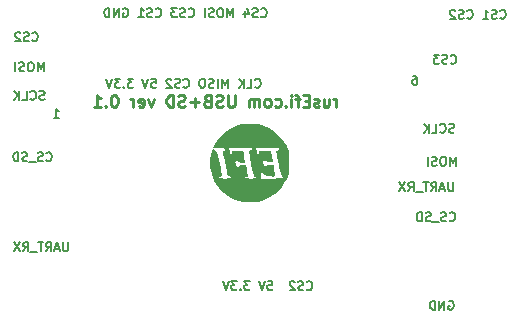
<source format=gbo>
G04 (created by PCBNEW (2013-07-07 BZR 4022)-stable) date 24/01/2014 09:21:15*
%MOIN*%
G04 Gerber Fmt 3.4, Leading zero omitted, Abs format*
%FSLAX34Y34*%
G01*
G70*
G90*
G04 APERTURE LIST*
%ADD10C,0.00590551*%
%ADD11C,0.005*%
%ADD12C,0.00984252*%
%ADD13C,0.0001*%
G04 APERTURE END LIST*
G54D10*
G54D11*
X84792Y-62271D02*
X84850Y-62271D01*
X84878Y-62285D01*
X84892Y-62300D01*
X84921Y-62342D01*
X84935Y-62400D01*
X84935Y-62514D01*
X84921Y-62542D01*
X84907Y-62557D01*
X84878Y-62571D01*
X84821Y-62571D01*
X84792Y-62557D01*
X84778Y-62542D01*
X84764Y-62514D01*
X84764Y-62442D01*
X84778Y-62414D01*
X84792Y-62400D01*
X84821Y-62385D01*
X84878Y-62385D01*
X84907Y-62400D01*
X84921Y-62414D01*
X84935Y-62442D01*
X72814Y-63671D02*
X72985Y-63671D01*
X72900Y-63671D02*
X72900Y-63371D01*
X72928Y-63414D01*
X72957Y-63442D01*
X72985Y-63457D01*
X79521Y-62642D02*
X79535Y-62657D01*
X79578Y-62671D01*
X79607Y-62671D01*
X79649Y-62657D01*
X79678Y-62628D01*
X79692Y-62600D01*
X79707Y-62542D01*
X79707Y-62500D01*
X79692Y-62442D01*
X79678Y-62414D01*
X79649Y-62385D01*
X79607Y-62371D01*
X79578Y-62371D01*
X79535Y-62385D01*
X79521Y-62400D01*
X79249Y-62671D02*
X79392Y-62671D01*
X79392Y-62371D01*
X79149Y-62671D02*
X79149Y-62371D01*
X78978Y-62671D02*
X79107Y-62500D01*
X78978Y-62371D02*
X79149Y-62542D01*
X78621Y-62671D02*
X78621Y-62371D01*
X78521Y-62585D01*
X78421Y-62371D01*
X78421Y-62671D01*
X78278Y-62671D02*
X78278Y-62371D01*
X78149Y-62657D02*
X78107Y-62671D01*
X78035Y-62671D01*
X78007Y-62657D01*
X77992Y-62642D01*
X77978Y-62614D01*
X77978Y-62585D01*
X77992Y-62557D01*
X78007Y-62542D01*
X78035Y-62528D01*
X78092Y-62514D01*
X78121Y-62500D01*
X78135Y-62485D01*
X78149Y-62457D01*
X78149Y-62428D01*
X78135Y-62400D01*
X78121Y-62385D01*
X78092Y-62371D01*
X78021Y-62371D01*
X77978Y-62385D01*
X77792Y-62371D02*
X77735Y-62371D01*
X77707Y-62385D01*
X77678Y-62414D01*
X77664Y-62471D01*
X77664Y-62571D01*
X77678Y-62628D01*
X77707Y-62657D01*
X77735Y-62671D01*
X77792Y-62671D01*
X77821Y-62657D01*
X77849Y-62628D01*
X77864Y-62571D01*
X77864Y-62471D01*
X77849Y-62414D01*
X77821Y-62385D01*
X77792Y-62371D01*
X77135Y-62642D02*
X77150Y-62657D01*
X77192Y-62671D01*
X77221Y-62671D01*
X77264Y-62657D01*
X77292Y-62628D01*
X77307Y-62600D01*
X77321Y-62542D01*
X77321Y-62500D01*
X77307Y-62442D01*
X77292Y-62414D01*
X77264Y-62385D01*
X77221Y-62371D01*
X77192Y-62371D01*
X77150Y-62385D01*
X77135Y-62400D01*
X77021Y-62657D02*
X76978Y-62671D01*
X76907Y-62671D01*
X76878Y-62657D01*
X76864Y-62642D01*
X76850Y-62614D01*
X76850Y-62585D01*
X76864Y-62557D01*
X76878Y-62542D01*
X76907Y-62528D01*
X76964Y-62514D01*
X76992Y-62500D01*
X77007Y-62485D01*
X77021Y-62457D01*
X77021Y-62428D01*
X77007Y-62400D01*
X76992Y-62385D01*
X76964Y-62371D01*
X76892Y-62371D01*
X76850Y-62385D01*
X76735Y-62400D02*
X76721Y-62385D01*
X76692Y-62371D01*
X76621Y-62371D01*
X76592Y-62385D01*
X76578Y-62400D01*
X76564Y-62428D01*
X76564Y-62457D01*
X76578Y-62500D01*
X76750Y-62671D01*
X76564Y-62671D01*
X76064Y-62371D02*
X76207Y-62371D01*
X76221Y-62514D01*
X76207Y-62500D01*
X76178Y-62485D01*
X76107Y-62485D01*
X76078Y-62500D01*
X76064Y-62514D01*
X76050Y-62542D01*
X76050Y-62614D01*
X76064Y-62642D01*
X76078Y-62657D01*
X76107Y-62671D01*
X76178Y-62671D01*
X76207Y-62657D01*
X76221Y-62642D01*
X75964Y-62371D02*
X75864Y-62671D01*
X75764Y-62371D01*
X75464Y-62371D02*
X75278Y-62371D01*
X75378Y-62485D01*
X75335Y-62485D01*
X75307Y-62500D01*
X75292Y-62514D01*
X75278Y-62542D01*
X75278Y-62614D01*
X75292Y-62642D01*
X75307Y-62657D01*
X75335Y-62671D01*
X75421Y-62671D01*
X75450Y-62657D01*
X75464Y-62642D01*
X75150Y-62642D02*
X75135Y-62657D01*
X75150Y-62671D01*
X75164Y-62657D01*
X75150Y-62642D01*
X75150Y-62671D01*
X75035Y-62371D02*
X74850Y-62371D01*
X74950Y-62485D01*
X74907Y-62485D01*
X74878Y-62500D01*
X74864Y-62514D01*
X74850Y-62542D01*
X74850Y-62614D01*
X74864Y-62642D01*
X74878Y-62657D01*
X74907Y-62671D01*
X74992Y-62671D01*
X75021Y-62657D01*
X75035Y-62642D01*
X74764Y-62371D02*
X74664Y-62671D01*
X74564Y-62371D01*
X79721Y-60292D02*
X79735Y-60307D01*
X79778Y-60321D01*
X79807Y-60321D01*
X79849Y-60307D01*
X79878Y-60278D01*
X79892Y-60250D01*
X79907Y-60192D01*
X79907Y-60150D01*
X79892Y-60092D01*
X79878Y-60064D01*
X79849Y-60035D01*
X79807Y-60021D01*
X79778Y-60021D01*
X79735Y-60035D01*
X79721Y-60050D01*
X79607Y-60307D02*
X79564Y-60321D01*
X79492Y-60321D01*
X79464Y-60307D01*
X79449Y-60292D01*
X79435Y-60264D01*
X79435Y-60235D01*
X79449Y-60207D01*
X79464Y-60192D01*
X79492Y-60178D01*
X79549Y-60164D01*
X79578Y-60150D01*
X79592Y-60135D01*
X79607Y-60107D01*
X79607Y-60078D01*
X79592Y-60050D01*
X79578Y-60035D01*
X79549Y-60021D01*
X79478Y-60021D01*
X79435Y-60035D01*
X79178Y-60121D02*
X79178Y-60321D01*
X79249Y-60007D02*
X79321Y-60221D01*
X79135Y-60221D01*
X78792Y-60321D02*
X78792Y-60021D01*
X78692Y-60235D01*
X78592Y-60021D01*
X78592Y-60321D01*
X78392Y-60021D02*
X78335Y-60021D01*
X78307Y-60035D01*
X78278Y-60064D01*
X78264Y-60121D01*
X78264Y-60221D01*
X78278Y-60278D01*
X78307Y-60307D01*
X78335Y-60321D01*
X78392Y-60321D01*
X78421Y-60307D01*
X78449Y-60278D01*
X78464Y-60221D01*
X78464Y-60121D01*
X78449Y-60064D01*
X78421Y-60035D01*
X78392Y-60021D01*
X78149Y-60307D02*
X78107Y-60321D01*
X78035Y-60321D01*
X78007Y-60307D01*
X77992Y-60292D01*
X77978Y-60264D01*
X77978Y-60235D01*
X77992Y-60207D01*
X78007Y-60192D01*
X78035Y-60178D01*
X78092Y-60164D01*
X78121Y-60150D01*
X78135Y-60135D01*
X78149Y-60107D01*
X78149Y-60078D01*
X78135Y-60050D01*
X78121Y-60035D01*
X78092Y-60021D01*
X78021Y-60021D01*
X77978Y-60035D01*
X77849Y-60321D02*
X77849Y-60021D01*
X77307Y-60292D02*
X77321Y-60307D01*
X77364Y-60321D01*
X77392Y-60321D01*
X77435Y-60307D01*
X77464Y-60278D01*
X77478Y-60250D01*
X77492Y-60192D01*
X77492Y-60150D01*
X77478Y-60092D01*
X77464Y-60064D01*
X77435Y-60035D01*
X77392Y-60021D01*
X77364Y-60021D01*
X77321Y-60035D01*
X77307Y-60050D01*
X77192Y-60307D02*
X77150Y-60321D01*
X77078Y-60321D01*
X77050Y-60307D01*
X77035Y-60292D01*
X77021Y-60264D01*
X77021Y-60235D01*
X77035Y-60207D01*
X77050Y-60192D01*
X77078Y-60178D01*
X77135Y-60164D01*
X77164Y-60150D01*
X77178Y-60135D01*
X77192Y-60107D01*
X77192Y-60078D01*
X77178Y-60050D01*
X77164Y-60035D01*
X77135Y-60021D01*
X77064Y-60021D01*
X77021Y-60035D01*
X76921Y-60021D02*
X76735Y-60021D01*
X76835Y-60135D01*
X76792Y-60135D01*
X76764Y-60150D01*
X76750Y-60164D01*
X76735Y-60192D01*
X76735Y-60264D01*
X76750Y-60292D01*
X76764Y-60307D01*
X76792Y-60321D01*
X76878Y-60321D01*
X76907Y-60307D01*
X76921Y-60292D01*
X76207Y-60292D02*
X76221Y-60307D01*
X76264Y-60321D01*
X76292Y-60321D01*
X76335Y-60307D01*
X76364Y-60278D01*
X76378Y-60250D01*
X76392Y-60192D01*
X76392Y-60150D01*
X76378Y-60092D01*
X76364Y-60064D01*
X76335Y-60035D01*
X76292Y-60021D01*
X76264Y-60021D01*
X76221Y-60035D01*
X76207Y-60050D01*
X76092Y-60307D02*
X76050Y-60321D01*
X75978Y-60321D01*
X75950Y-60307D01*
X75935Y-60292D01*
X75921Y-60264D01*
X75921Y-60235D01*
X75935Y-60207D01*
X75950Y-60192D01*
X75978Y-60178D01*
X76035Y-60164D01*
X76064Y-60150D01*
X76078Y-60135D01*
X76092Y-60107D01*
X76092Y-60078D01*
X76078Y-60050D01*
X76064Y-60035D01*
X76035Y-60021D01*
X75964Y-60021D01*
X75921Y-60035D01*
X75635Y-60321D02*
X75807Y-60321D01*
X75721Y-60321D02*
X75721Y-60021D01*
X75750Y-60064D01*
X75778Y-60092D01*
X75807Y-60107D01*
X75121Y-60035D02*
X75150Y-60021D01*
X75192Y-60021D01*
X75235Y-60035D01*
X75264Y-60064D01*
X75278Y-60092D01*
X75292Y-60150D01*
X75292Y-60192D01*
X75278Y-60250D01*
X75264Y-60278D01*
X75235Y-60307D01*
X75192Y-60321D01*
X75164Y-60321D01*
X75121Y-60307D01*
X75107Y-60292D01*
X75107Y-60192D01*
X75164Y-60192D01*
X74978Y-60321D02*
X74978Y-60021D01*
X74807Y-60321D01*
X74807Y-60021D01*
X74664Y-60321D02*
X74664Y-60021D01*
X74592Y-60021D01*
X74550Y-60035D01*
X74521Y-60064D01*
X74507Y-60092D01*
X74492Y-60150D01*
X74492Y-60192D01*
X74507Y-60250D01*
X74521Y-60278D01*
X74550Y-60307D01*
X74592Y-60321D01*
X74664Y-60321D01*
X81242Y-69392D02*
X81257Y-69407D01*
X81299Y-69421D01*
X81328Y-69421D01*
X81371Y-69407D01*
X81399Y-69378D01*
X81414Y-69350D01*
X81428Y-69292D01*
X81428Y-69250D01*
X81414Y-69192D01*
X81399Y-69164D01*
X81371Y-69135D01*
X81328Y-69121D01*
X81299Y-69121D01*
X81257Y-69135D01*
X81242Y-69150D01*
X81128Y-69407D02*
X81085Y-69421D01*
X81014Y-69421D01*
X80985Y-69407D01*
X80971Y-69392D01*
X80957Y-69364D01*
X80957Y-69335D01*
X80971Y-69307D01*
X80985Y-69292D01*
X81014Y-69278D01*
X81071Y-69264D01*
X81099Y-69250D01*
X81114Y-69235D01*
X81128Y-69207D01*
X81128Y-69178D01*
X81114Y-69150D01*
X81099Y-69135D01*
X81071Y-69121D01*
X80999Y-69121D01*
X80957Y-69135D01*
X80842Y-69150D02*
X80828Y-69135D01*
X80799Y-69121D01*
X80728Y-69121D01*
X80699Y-69135D01*
X80685Y-69150D01*
X80671Y-69178D01*
X80671Y-69207D01*
X80685Y-69250D01*
X80857Y-69421D01*
X80671Y-69421D01*
X79942Y-69121D02*
X80085Y-69121D01*
X80100Y-69264D01*
X80085Y-69250D01*
X80057Y-69235D01*
X79985Y-69235D01*
X79957Y-69250D01*
X79942Y-69264D01*
X79928Y-69292D01*
X79928Y-69364D01*
X79942Y-69392D01*
X79957Y-69407D01*
X79985Y-69421D01*
X80057Y-69421D01*
X80085Y-69407D01*
X80100Y-69392D01*
X79842Y-69121D02*
X79742Y-69421D01*
X79642Y-69121D01*
X79342Y-69121D02*
X79157Y-69121D01*
X79257Y-69235D01*
X79214Y-69235D01*
X79185Y-69250D01*
X79171Y-69264D01*
X79157Y-69292D01*
X79157Y-69364D01*
X79171Y-69392D01*
X79185Y-69407D01*
X79214Y-69421D01*
X79300Y-69421D01*
X79328Y-69407D01*
X79342Y-69392D01*
X79028Y-69392D02*
X79014Y-69407D01*
X79028Y-69421D01*
X79042Y-69407D01*
X79028Y-69392D01*
X79028Y-69421D01*
X78914Y-69121D02*
X78728Y-69121D01*
X78828Y-69235D01*
X78785Y-69235D01*
X78757Y-69250D01*
X78742Y-69264D01*
X78728Y-69292D01*
X78728Y-69364D01*
X78742Y-69392D01*
X78757Y-69407D01*
X78785Y-69421D01*
X78871Y-69421D01*
X78900Y-69407D01*
X78914Y-69392D01*
X78642Y-69121D02*
X78542Y-69421D01*
X78442Y-69121D01*
X72471Y-62121D02*
X72471Y-61821D01*
X72371Y-62035D01*
X72271Y-61821D01*
X72271Y-62121D01*
X72071Y-61821D02*
X72014Y-61821D01*
X71985Y-61835D01*
X71957Y-61864D01*
X71942Y-61921D01*
X71942Y-62021D01*
X71957Y-62078D01*
X71985Y-62107D01*
X72014Y-62121D01*
X72071Y-62121D01*
X72100Y-62107D01*
X72128Y-62078D01*
X72142Y-62021D01*
X72142Y-61921D01*
X72128Y-61864D01*
X72100Y-61835D01*
X72071Y-61821D01*
X71828Y-62107D02*
X71785Y-62121D01*
X71714Y-62121D01*
X71685Y-62107D01*
X71671Y-62092D01*
X71657Y-62064D01*
X71657Y-62035D01*
X71671Y-62007D01*
X71685Y-61992D01*
X71714Y-61978D01*
X71771Y-61964D01*
X71800Y-61950D01*
X71814Y-61935D01*
X71828Y-61907D01*
X71828Y-61878D01*
X71814Y-61850D01*
X71800Y-61835D01*
X71771Y-61821D01*
X71700Y-61821D01*
X71657Y-61835D01*
X71528Y-62121D02*
X71528Y-61821D01*
X73285Y-67821D02*
X73285Y-68064D01*
X73271Y-68092D01*
X73257Y-68107D01*
X73228Y-68121D01*
X73171Y-68121D01*
X73142Y-68107D01*
X73128Y-68092D01*
X73114Y-68064D01*
X73114Y-67821D01*
X72985Y-68035D02*
X72842Y-68035D01*
X73014Y-68121D02*
X72914Y-67821D01*
X72814Y-68121D01*
X72542Y-68121D02*
X72642Y-67978D01*
X72714Y-68121D02*
X72714Y-67821D01*
X72599Y-67821D01*
X72571Y-67835D01*
X72557Y-67850D01*
X72542Y-67878D01*
X72542Y-67921D01*
X72557Y-67950D01*
X72571Y-67964D01*
X72599Y-67978D01*
X72714Y-67978D01*
X72457Y-67821D02*
X72285Y-67821D01*
X72371Y-68121D02*
X72371Y-67821D01*
X72257Y-68150D02*
X72028Y-68150D01*
X71785Y-68121D02*
X71885Y-67978D01*
X71957Y-68121D02*
X71957Y-67821D01*
X71842Y-67821D01*
X71814Y-67835D01*
X71800Y-67850D01*
X71785Y-67878D01*
X71785Y-67921D01*
X71800Y-67950D01*
X71814Y-67964D01*
X71842Y-67978D01*
X71957Y-67978D01*
X71685Y-67821D02*
X71485Y-68121D01*
X71485Y-67821D02*
X71685Y-68121D01*
X72557Y-65092D02*
X72571Y-65107D01*
X72614Y-65121D01*
X72642Y-65121D01*
X72685Y-65107D01*
X72714Y-65078D01*
X72728Y-65050D01*
X72742Y-64992D01*
X72742Y-64950D01*
X72728Y-64892D01*
X72714Y-64864D01*
X72685Y-64835D01*
X72642Y-64821D01*
X72614Y-64821D01*
X72571Y-64835D01*
X72557Y-64850D01*
X72442Y-65107D02*
X72399Y-65121D01*
X72328Y-65121D01*
X72299Y-65107D01*
X72285Y-65092D01*
X72271Y-65064D01*
X72271Y-65035D01*
X72285Y-65007D01*
X72299Y-64992D01*
X72328Y-64978D01*
X72385Y-64964D01*
X72414Y-64950D01*
X72428Y-64935D01*
X72442Y-64907D01*
X72442Y-64878D01*
X72428Y-64850D01*
X72414Y-64835D01*
X72385Y-64821D01*
X72314Y-64821D01*
X72271Y-64835D01*
X72214Y-65150D02*
X71985Y-65150D01*
X71928Y-65107D02*
X71885Y-65121D01*
X71814Y-65121D01*
X71785Y-65107D01*
X71771Y-65092D01*
X71757Y-65064D01*
X71757Y-65035D01*
X71771Y-65007D01*
X71785Y-64992D01*
X71814Y-64978D01*
X71871Y-64964D01*
X71900Y-64950D01*
X71914Y-64935D01*
X71928Y-64907D01*
X71928Y-64878D01*
X71914Y-64850D01*
X71900Y-64835D01*
X71871Y-64821D01*
X71800Y-64821D01*
X71757Y-64835D01*
X71628Y-65121D02*
X71628Y-64821D01*
X71557Y-64821D01*
X71514Y-64835D01*
X71485Y-64864D01*
X71471Y-64892D01*
X71457Y-64950D01*
X71457Y-64992D01*
X71471Y-65050D01*
X71485Y-65078D01*
X71514Y-65107D01*
X71557Y-65121D01*
X71628Y-65121D01*
X72507Y-63057D02*
X72464Y-63071D01*
X72392Y-63071D01*
X72364Y-63057D01*
X72349Y-63042D01*
X72335Y-63014D01*
X72335Y-62985D01*
X72349Y-62957D01*
X72364Y-62942D01*
X72392Y-62928D01*
X72449Y-62914D01*
X72478Y-62900D01*
X72492Y-62885D01*
X72507Y-62857D01*
X72507Y-62828D01*
X72492Y-62800D01*
X72478Y-62785D01*
X72449Y-62771D01*
X72378Y-62771D01*
X72335Y-62785D01*
X72035Y-63042D02*
X72050Y-63057D01*
X72092Y-63071D01*
X72121Y-63071D01*
X72164Y-63057D01*
X72192Y-63028D01*
X72207Y-63000D01*
X72221Y-62942D01*
X72221Y-62900D01*
X72207Y-62842D01*
X72192Y-62814D01*
X72164Y-62785D01*
X72121Y-62771D01*
X72092Y-62771D01*
X72050Y-62785D01*
X72035Y-62800D01*
X71764Y-63071D02*
X71907Y-63071D01*
X71907Y-62771D01*
X71664Y-63071D02*
X71664Y-62771D01*
X71492Y-63071D02*
X71621Y-62900D01*
X71492Y-62771D02*
X71664Y-62942D01*
X85978Y-69785D02*
X86007Y-69771D01*
X86050Y-69771D01*
X86092Y-69785D01*
X86121Y-69814D01*
X86135Y-69842D01*
X86150Y-69900D01*
X86150Y-69942D01*
X86135Y-70000D01*
X86121Y-70028D01*
X86092Y-70057D01*
X86050Y-70071D01*
X86021Y-70071D01*
X85978Y-70057D01*
X85964Y-70042D01*
X85964Y-69942D01*
X86021Y-69942D01*
X85835Y-70071D02*
X85835Y-69771D01*
X85664Y-70071D01*
X85664Y-69771D01*
X85521Y-70071D02*
X85521Y-69771D01*
X85450Y-69771D01*
X85407Y-69785D01*
X85378Y-69814D01*
X85364Y-69842D01*
X85350Y-69900D01*
X85350Y-69942D01*
X85364Y-70000D01*
X85378Y-70028D01*
X85407Y-70057D01*
X85450Y-70071D01*
X85521Y-70071D01*
X86007Y-67092D02*
X86021Y-67107D01*
X86064Y-67121D01*
X86092Y-67121D01*
X86135Y-67107D01*
X86164Y-67078D01*
X86178Y-67050D01*
X86192Y-66992D01*
X86192Y-66950D01*
X86178Y-66892D01*
X86164Y-66864D01*
X86135Y-66835D01*
X86092Y-66821D01*
X86064Y-66821D01*
X86021Y-66835D01*
X86007Y-66850D01*
X85892Y-67107D02*
X85849Y-67121D01*
X85778Y-67121D01*
X85749Y-67107D01*
X85735Y-67092D01*
X85721Y-67064D01*
X85721Y-67035D01*
X85735Y-67007D01*
X85749Y-66992D01*
X85778Y-66978D01*
X85835Y-66964D01*
X85864Y-66950D01*
X85878Y-66935D01*
X85892Y-66907D01*
X85892Y-66878D01*
X85878Y-66850D01*
X85864Y-66835D01*
X85835Y-66821D01*
X85764Y-66821D01*
X85721Y-66835D01*
X85664Y-67150D02*
X85435Y-67150D01*
X85378Y-67107D02*
X85335Y-67121D01*
X85264Y-67121D01*
X85235Y-67107D01*
X85221Y-67092D01*
X85207Y-67064D01*
X85207Y-67035D01*
X85221Y-67007D01*
X85235Y-66992D01*
X85264Y-66978D01*
X85321Y-66964D01*
X85350Y-66950D01*
X85364Y-66935D01*
X85378Y-66907D01*
X85378Y-66878D01*
X85364Y-66850D01*
X85350Y-66835D01*
X85321Y-66821D01*
X85250Y-66821D01*
X85207Y-66835D01*
X85078Y-67121D02*
X85078Y-66821D01*
X85007Y-66821D01*
X84964Y-66835D01*
X84935Y-66864D01*
X84921Y-66892D01*
X84907Y-66950D01*
X84907Y-66992D01*
X84921Y-67050D01*
X84935Y-67078D01*
X84964Y-67107D01*
X85007Y-67121D01*
X85078Y-67121D01*
X86135Y-65821D02*
X86135Y-66064D01*
X86121Y-66092D01*
X86107Y-66107D01*
X86078Y-66121D01*
X86021Y-66121D01*
X85992Y-66107D01*
X85978Y-66092D01*
X85964Y-66064D01*
X85964Y-65821D01*
X85835Y-66035D02*
X85692Y-66035D01*
X85864Y-66121D02*
X85764Y-65821D01*
X85664Y-66121D01*
X85392Y-66121D02*
X85492Y-65978D01*
X85564Y-66121D02*
X85564Y-65821D01*
X85449Y-65821D01*
X85421Y-65835D01*
X85407Y-65850D01*
X85392Y-65878D01*
X85392Y-65921D01*
X85407Y-65950D01*
X85421Y-65964D01*
X85449Y-65978D01*
X85564Y-65978D01*
X85307Y-65821D02*
X85135Y-65821D01*
X85221Y-66121D02*
X85221Y-65821D01*
X85107Y-66150D02*
X84878Y-66150D01*
X84635Y-66121D02*
X84735Y-65978D01*
X84807Y-66121D02*
X84807Y-65821D01*
X84692Y-65821D01*
X84664Y-65835D01*
X84650Y-65850D01*
X84635Y-65878D01*
X84635Y-65921D01*
X84650Y-65950D01*
X84664Y-65964D01*
X84692Y-65978D01*
X84807Y-65978D01*
X84535Y-65821D02*
X84335Y-66121D01*
X84335Y-65821D02*
X84535Y-66121D01*
X72092Y-61092D02*
X72107Y-61107D01*
X72150Y-61121D01*
X72178Y-61121D01*
X72221Y-61107D01*
X72250Y-61078D01*
X72264Y-61050D01*
X72278Y-60992D01*
X72278Y-60950D01*
X72264Y-60892D01*
X72250Y-60864D01*
X72221Y-60835D01*
X72178Y-60821D01*
X72150Y-60821D01*
X72107Y-60835D01*
X72092Y-60850D01*
X71978Y-61107D02*
X71935Y-61121D01*
X71864Y-61121D01*
X71835Y-61107D01*
X71821Y-61092D01*
X71807Y-61064D01*
X71807Y-61035D01*
X71821Y-61007D01*
X71835Y-60992D01*
X71864Y-60978D01*
X71921Y-60964D01*
X71950Y-60950D01*
X71964Y-60935D01*
X71978Y-60907D01*
X71978Y-60878D01*
X71964Y-60850D01*
X71950Y-60835D01*
X71921Y-60821D01*
X71850Y-60821D01*
X71807Y-60835D01*
X71692Y-60850D02*
X71678Y-60835D01*
X71650Y-60821D01*
X71578Y-60821D01*
X71550Y-60835D01*
X71535Y-60850D01*
X71521Y-60878D01*
X71521Y-60907D01*
X71535Y-60950D01*
X71707Y-61121D01*
X71521Y-61121D01*
X86221Y-65271D02*
X86221Y-64971D01*
X86121Y-65185D01*
X86021Y-64971D01*
X86021Y-65271D01*
X85821Y-64971D02*
X85764Y-64971D01*
X85735Y-64985D01*
X85707Y-65014D01*
X85692Y-65071D01*
X85692Y-65171D01*
X85707Y-65228D01*
X85735Y-65257D01*
X85764Y-65271D01*
X85821Y-65271D01*
X85850Y-65257D01*
X85878Y-65228D01*
X85892Y-65171D01*
X85892Y-65071D01*
X85878Y-65014D01*
X85850Y-64985D01*
X85821Y-64971D01*
X85578Y-65257D02*
X85535Y-65271D01*
X85464Y-65271D01*
X85435Y-65257D01*
X85421Y-65242D01*
X85407Y-65214D01*
X85407Y-65185D01*
X85421Y-65157D01*
X85435Y-65142D01*
X85464Y-65128D01*
X85521Y-65114D01*
X85550Y-65100D01*
X85564Y-65085D01*
X85578Y-65057D01*
X85578Y-65028D01*
X85564Y-65000D01*
X85550Y-64985D01*
X85521Y-64971D01*
X85450Y-64971D01*
X85407Y-64985D01*
X85278Y-65271D02*
X85278Y-64971D01*
X86157Y-64157D02*
X86114Y-64171D01*
X86042Y-64171D01*
X86014Y-64157D01*
X85999Y-64142D01*
X85985Y-64114D01*
X85985Y-64085D01*
X85999Y-64057D01*
X86014Y-64042D01*
X86042Y-64028D01*
X86099Y-64014D01*
X86128Y-64000D01*
X86142Y-63985D01*
X86157Y-63957D01*
X86157Y-63928D01*
X86142Y-63900D01*
X86128Y-63885D01*
X86099Y-63871D01*
X86028Y-63871D01*
X85985Y-63885D01*
X85685Y-64142D02*
X85700Y-64157D01*
X85742Y-64171D01*
X85771Y-64171D01*
X85814Y-64157D01*
X85842Y-64128D01*
X85857Y-64100D01*
X85871Y-64042D01*
X85871Y-64000D01*
X85857Y-63942D01*
X85842Y-63914D01*
X85814Y-63885D01*
X85771Y-63871D01*
X85742Y-63871D01*
X85700Y-63885D01*
X85685Y-63900D01*
X85414Y-64171D02*
X85557Y-64171D01*
X85557Y-63871D01*
X85314Y-64171D02*
X85314Y-63871D01*
X85142Y-64171D02*
X85271Y-64000D01*
X85142Y-63871D02*
X85314Y-64042D01*
X86042Y-61842D02*
X86057Y-61857D01*
X86100Y-61871D01*
X86128Y-61871D01*
X86171Y-61857D01*
X86200Y-61828D01*
X86214Y-61800D01*
X86228Y-61742D01*
X86228Y-61700D01*
X86214Y-61642D01*
X86200Y-61614D01*
X86171Y-61585D01*
X86128Y-61571D01*
X86100Y-61571D01*
X86057Y-61585D01*
X86042Y-61600D01*
X85928Y-61857D02*
X85885Y-61871D01*
X85814Y-61871D01*
X85785Y-61857D01*
X85771Y-61842D01*
X85757Y-61814D01*
X85757Y-61785D01*
X85771Y-61757D01*
X85785Y-61742D01*
X85814Y-61728D01*
X85871Y-61714D01*
X85900Y-61700D01*
X85914Y-61685D01*
X85928Y-61657D01*
X85928Y-61628D01*
X85914Y-61600D01*
X85900Y-61585D01*
X85871Y-61571D01*
X85800Y-61571D01*
X85757Y-61585D01*
X85657Y-61571D02*
X85471Y-61571D01*
X85571Y-61685D01*
X85528Y-61685D01*
X85500Y-61700D01*
X85485Y-61714D01*
X85471Y-61742D01*
X85471Y-61814D01*
X85485Y-61842D01*
X85500Y-61857D01*
X85528Y-61871D01*
X85614Y-61871D01*
X85642Y-61857D01*
X85657Y-61842D01*
X87692Y-60342D02*
X87707Y-60357D01*
X87749Y-60371D01*
X87778Y-60371D01*
X87821Y-60357D01*
X87849Y-60328D01*
X87864Y-60300D01*
X87878Y-60242D01*
X87878Y-60200D01*
X87864Y-60142D01*
X87849Y-60114D01*
X87821Y-60085D01*
X87778Y-60071D01*
X87749Y-60071D01*
X87707Y-60085D01*
X87692Y-60100D01*
X87578Y-60357D02*
X87535Y-60371D01*
X87464Y-60371D01*
X87435Y-60357D01*
X87421Y-60342D01*
X87407Y-60314D01*
X87407Y-60285D01*
X87421Y-60257D01*
X87435Y-60242D01*
X87464Y-60228D01*
X87521Y-60214D01*
X87549Y-60200D01*
X87564Y-60185D01*
X87578Y-60157D01*
X87578Y-60128D01*
X87564Y-60100D01*
X87549Y-60085D01*
X87521Y-60071D01*
X87449Y-60071D01*
X87407Y-60085D01*
X87121Y-60371D02*
X87292Y-60371D01*
X87207Y-60371D02*
X87207Y-60071D01*
X87235Y-60114D01*
X87264Y-60142D01*
X87292Y-60157D01*
X86592Y-60342D02*
X86607Y-60357D01*
X86650Y-60371D01*
X86678Y-60371D01*
X86721Y-60357D01*
X86750Y-60328D01*
X86764Y-60300D01*
X86778Y-60242D01*
X86778Y-60200D01*
X86764Y-60142D01*
X86750Y-60114D01*
X86721Y-60085D01*
X86678Y-60071D01*
X86650Y-60071D01*
X86607Y-60085D01*
X86592Y-60100D01*
X86478Y-60357D02*
X86435Y-60371D01*
X86364Y-60371D01*
X86335Y-60357D01*
X86321Y-60342D01*
X86307Y-60314D01*
X86307Y-60285D01*
X86321Y-60257D01*
X86335Y-60242D01*
X86364Y-60228D01*
X86421Y-60214D01*
X86450Y-60200D01*
X86464Y-60185D01*
X86478Y-60157D01*
X86478Y-60128D01*
X86464Y-60100D01*
X86450Y-60085D01*
X86421Y-60071D01*
X86350Y-60071D01*
X86307Y-60085D01*
X86192Y-60100D02*
X86178Y-60085D01*
X86150Y-60071D01*
X86078Y-60071D01*
X86050Y-60085D01*
X86035Y-60100D01*
X86021Y-60128D01*
X86021Y-60157D01*
X86035Y-60200D01*
X86207Y-60371D01*
X86021Y-60371D01*
G54D12*
X82230Y-63309D02*
X82230Y-63046D01*
X82230Y-63121D02*
X82211Y-63084D01*
X82193Y-63065D01*
X82155Y-63046D01*
X82118Y-63046D01*
X81818Y-63046D02*
X81818Y-63309D01*
X81987Y-63046D02*
X81987Y-63253D01*
X81968Y-63290D01*
X81930Y-63309D01*
X81874Y-63309D01*
X81837Y-63290D01*
X81818Y-63271D01*
X81649Y-63290D02*
X81612Y-63309D01*
X81537Y-63309D01*
X81499Y-63290D01*
X81480Y-63253D01*
X81480Y-63234D01*
X81499Y-63196D01*
X81537Y-63178D01*
X81593Y-63178D01*
X81630Y-63159D01*
X81649Y-63121D01*
X81649Y-63103D01*
X81630Y-63065D01*
X81593Y-63046D01*
X81537Y-63046D01*
X81499Y-63065D01*
X81312Y-63103D02*
X81180Y-63103D01*
X81124Y-63309D02*
X81312Y-63309D01*
X81312Y-62915D01*
X81124Y-62915D01*
X81012Y-63046D02*
X80862Y-63046D01*
X80955Y-63309D02*
X80955Y-62971D01*
X80937Y-62934D01*
X80899Y-62915D01*
X80862Y-62915D01*
X80730Y-63309D02*
X80730Y-63046D01*
X80730Y-62915D02*
X80749Y-62934D01*
X80730Y-62953D01*
X80712Y-62934D01*
X80730Y-62915D01*
X80730Y-62953D01*
X80543Y-63271D02*
X80524Y-63290D01*
X80543Y-63309D01*
X80562Y-63290D01*
X80543Y-63271D01*
X80543Y-63309D01*
X80187Y-63290D02*
X80224Y-63309D01*
X80299Y-63309D01*
X80337Y-63290D01*
X80355Y-63271D01*
X80374Y-63234D01*
X80374Y-63121D01*
X80355Y-63084D01*
X80337Y-63065D01*
X80299Y-63046D01*
X80224Y-63046D01*
X80187Y-63065D01*
X79962Y-63309D02*
X79999Y-63290D01*
X80018Y-63271D01*
X80037Y-63234D01*
X80037Y-63121D01*
X80018Y-63084D01*
X79999Y-63065D01*
X79962Y-63046D01*
X79906Y-63046D01*
X79868Y-63065D01*
X79849Y-63084D01*
X79831Y-63121D01*
X79831Y-63234D01*
X79849Y-63271D01*
X79868Y-63290D01*
X79906Y-63309D01*
X79962Y-63309D01*
X79662Y-63309D02*
X79662Y-63046D01*
X79662Y-63084D02*
X79643Y-63065D01*
X79606Y-63046D01*
X79549Y-63046D01*
X79512Y-63065D01*
X79493Y-63103D01*
X79493Y-63309D01*
X79493Y-63103D02*
X79474Y-63065D01*
X79437Y-63046D01*
X79381Y-63046D01*
X79343Y-63065D01*
X79324Y-63103D01*
X79324Y-63309D01*
X78837Y-62915D02*
X78837Y-63234D01*
X78818Y-63271D01*
X78799Y-63290D01*
X78762Y-63309D01*
X78687Y-63309D01*
X78649Y-63290D01*
X78631Y-63271D01*
X78612Y-63234D01*
X78612Y-62915D01*
X78443Y-63290D02*
X78387Y-63309D01*
X78293Y-63309D01*
X78256Y-63290D01*
X78237Y-63271D01*
X78218Y-63234D01*
X78218Y-63196D01*
X78237Y-63159D01*
X78256Y-63140D01*
X78293Y-63121D01*
X78368Y-63103D01*
X78406Y-63084D01*
X78424Y-63065D01*
X78443Y-63028D01*
X78443Y-62990D01*
X78424Y-62953D01*
X78406Y-62934D01*
X78368Y-62915D01*
X78274Y-62915D01*
X78218Y-62934D01*
X77918Y-63103D02*
X77862Y-63121D01*
X77843Y-63140D01*
X77825Y-63178D01*
X77825Y-63234D01*
X77843Y-63271D01*
X77862Y-63290D01*
X77900Y-63309D01*
X78050Y-63309D01*
X78050Y-62915D01*
X77918Y-62915D01*
X77881Y-62934D01*
X77862Y-62953D01*
X77843Y-62990D01*
X77843Y-63028D01*
X77862Y-63065D01*
X77881Y-63084D01*
X77918Y-63103D01*
X78050Y-63103D01*
X77656Y-63159D02*
X77356Y-63159D01*
X77506Y-63309D02*
X77506Y-63009D01*
X77187Y-63290D02*
X77131Y-63309D01*
X77037Y-63309D01*
X77000Y-63290D01*
X76981Y-63271D01*
X76962Y-63234D01*
X76962Y-63196D01*
X76981Y-63159D01*
X77000Y-63140D01*
X77037Y-63121D01*
X77112Y-63103D01*
X77150Y-63084D01*
X77168Y-63065D01*
X77187Y-63028D01*
X77187Y-62990D01*
X77168Y-62953D01*
X77150Y-62934D01*
X77112Y-62915D01*
X77018Y-62915D01*
X76962Y-62934D01*
X76793Y-63309D02*
X76793Y-62915D01*
X76700Y-62915D01*
X76643Y-62934D01*
X76606Y-62971D01*
X76587Y-63009D01*
X76568Y-63084D01*
X76568Y-63140D01*
X76587Y-63215D01*
X76606Y-63253D01*
X76643Y-63290D01*
X76700Y-63309D01*
X76793Y-63309D01*
X76137Y-63046D02*
X76044Y-63309D01*
X75950Y-63046D01*
X75650Y-63290D02*
X75687Y-63309D01*
X75762Y-63309D01*
X75800Y-63290D01*
X75819Y-63253D01*
X75819Y-63103D01*
X75800Y-63065D01*
X75762Y-63046D01*
X75687Y-63046D01*
X75650Y-63065D01*
X75631Y-63103D01*
X75631Y-63140D01*
X75819Y-63178D01*
X75462Y-63309D02*
X75462Y-63046D01*
X75462Y-63121D02*
X75444Y-63084D01*
X75425Y-63065D01*
X75387Y-63046D01*
X75350Y-63046D01*
X74844Y-62915D02*
X74806Y-62915D01*
X74769Y-62934D01*
X74750Y-62953D01*
X74731Y-62990D01*
X74712Y-63065D01*
X74712Y-63159D01*
X74731Y-63234D01*
X74750Y-63271D01*
X74769Y-63290D01*
X74806Y-63309D01*
X74844Y-63309D01*
X74881Y-63290D01*
X74900Y-63271D01*
X74919Y-63234D01*
X74937Y-63159D01*
X74937Y-63065D01*
X74919Y-62990D01*
X74900Y-62953D01*
X74881Y-62934D01*
X74844Y-62915D01*
X74544Y-63271D02*
X74525Y-63290D01*
X74544Y-63309D01*
X74562Y-63290D01*
X74544Y-63271D01*
X74544Y-63309D01*
X74150Y-63309D02*
X74375Y-63309D01*
X74262Y-63309D02*
X74262Y-62915D01*
X74300Y-62971D01*
X74337Y-63009D01*
X74375Y-63028D01*
G54D13*
G36*
X80667Y-65183D02*
X80665Y-65350D01*
X80659Y-65469D01*
X80644Y-65558D01*
X80619Y-65635D01*
X80579Y-65720D01*
X80574Y-65730D01*
X80500Y-65846D01*
X80500Y-65667D01*
X80451Y-65635D01*
X80436Y-65633D01*
X80408Y-65600D01*
X80374Y-65502D01*
X80335Y-65338D01*
X80319Y-65258D01*
X80288Y-65103D01*
X80261Y-64968D01*
X80240Y-64869D01*
X80229Y-64825D01*
X80235Y-64776D01*
X80264Y-64767D01*
X80310Y-64741D01*
X80317Y-64717D01*
X80306Y-64694D01*
X80268Y-64680D01*
X80192Y-64671D01*
X80068Y-64667D01*
X79939Y-64667D01*
X79561Y-64667D01*
X79576Y-64767D01*
X79599Y-64837D01*
X79635Y-64866D01*
X79636Y-64867D01*
X79666Y-64843D01*
X79662Y-64816D01*
X79662Y-64788D01*
X79700Y-64773D01*
X79786Y-64767D01*
X79841Y-64767D01*
X80039Y-64767D01*
X80072Y-64950D01*
X80105Y-65133D01*
X79977Y-65133D01*
X79896Y-65125D01*
X79852Y-65106D01*
X79850Y-65100D01*
X79823Y-65070D01*
X79804Y-65067D01*
X79775Y-65085D01*
X79776Y-65150D01*
X79780Y-65172D01*
X79805Y-65240D01*
X79839Y-65288D01*
X79870Y-65302D01*
X79883Y-65270D01*
X79883Y-65269D01*
X79913Y-65246D01*
X79986Y-65234D01*
X80014Y-65233D01*
X80145Y-65233D01*
X80168Y-65418D01*
X80178Y-65522D01*
X80178Y-65598D01*
X80173Y-65621D01*
X80125Y-65633D01*
X80043Y-65627D01*
X79949Y-65609D01*
X79867Y-65584D01*
X79820Y-65556D01*
X79817Y-65547D01*
X79790Y-65505D01*
X79767Y-65500D01*
X79727Y-65530D01*
X79717Y-65600D01*
X79717Y-65700D01*
X80118Y-65700D01*
X80303Y-65697D01*
X80429Y-65690D01*
X80493Y-65677D01*
X80500Y-65667D01*
X80500Y-65846D01*
X80404Y-65998D01*
X80199Y-66210D01*
X79960Y-66365D01*
X79752Y-66446D01*
X79583Y-66479D01*
X79583Y-65667D01*
X79556Y-65637D01*
X79533Y-65633D01*
X79489Y-65627D01*
X79483Y-65621D01*
X79477Y-65586D01*
X79460Y-65498D01*
X79434Y-65370D01*
X79403Y-65216D01*
X79400Y-65200D01*
X79364Y-65023D01*
X79339Y-64902D01*
X79326Y-64826D01*
X79323Y-64785D01*
X79329Y-64768D01*
X79344Y-64765D01*
X79367Y-64767D01*
X79411Y-64740D01*
X79417Y-64717D01*
X79406Y-64694D01*
X79368Y-64680D01*
X79292Y-64671D01*
X79168Y-64667D01*
X79039Y-64667D01*
X78661Y-64667D01*
X78676Y-64767D01*
X78699Y-64837D01*
X78735Y-64866D01*
X78736Y-64867D01*
X78766Y-64843D01*
X78762Y-64817D01*
X78763Y-64787D01*
X78801Y-64772D01*
X78890Y-64767D01*
X78928Y-64767D01*
X79032Y-64771D01*
X79106Y-64783D01*
X79129Y-64793D01*
X79143Y-64840D01*
X79159Y-64928D01*
X79169Y-64993D01*
X79192Y-65167D01*
X79077Y-65167D01*
X78988Y-65156D01*
X78926Y-65129D01*
X78924Y-65127D01*
X78880Y-65100D01*
X78865Y-65133D01*
X78873Y-65208D01*
X78900Y-65267D01*
X78939Y-65300D01*
X78973Y-65298D01*
X78983Y-65267D01*
X79011Y-65242D01*
X79076Y-65233D01*
X79151Y-65240D01*
X79211Y-65261D01*
X79227Y-65279D01*
X79242Y-65338D01*
X79260Y-65434D01*
X79268Y-65479D01*
X79278Y-65574D01*
X79271Y-65620D01*
X79241Y-65633D01*
X79237Y-65633D01*
X79190Y-65650D01*
X79183Y-65667D01*
X79214Y-65684D01*
X79293Y-65696D01*
X79383Y-65700D01*
X79490Y-65695D01*
X79562Y-65682D01*
X79583Y-65667D01*
X79583Y-66479D01*
X79575Y-66481D01*
X79370Y-66495D01*
X79165Y-66488D01*
X78989Y-66460D01*
X78959Y-66451D01*
X78724Y-66347D01*
X78502Y-66193D01*
X78312Y-66002D01*
X78169Y-65789D01*
X78157Y-65764D01*
X78081Y-65558D01*
X78035Y-65327D01*
X78025Y-65105D01*
X78030Y-65044D01*
X78051Y-64910D01*
X78078Y-64802D01*
X78107Y-64732D01*
X78135Y-64713D01*
X78143Y-64721D01*
X78194Y-64763D01*
X78214Y-64772D01*
X78244Y-64813D01*
X78280Y-64919D01*
X78320Y-65085D01*
X78337Y-65168D01*
X78373Y-65351D01*
X78396Y-65478D01*
X78408Y-65560D01*
X78409Y-65606D01*
X78399Y-65627D01*
X78380Y-65633D01*
X78367Y-65633D01*
X78322Y-65651D01*
X78317Y-65667D01*
X78347Y-65684D01*
X78426Y-65696D01*
X78517Y-65700D01*
X78630Y-65694D01*
X78700Y-65678D01*
X78719Y-65656D01*
X78680Y-65632D01*
X78656Y-65625D01*
X78625Y-65603D01*
X78598Y-65549D01*
X78571Y-65451D01*
X78541Y-65299D01*
X78538Y-65280D01*
X78511Y-65128D01*
X78486Y-64993D01*
X78467Y-64892D01*
X78461Y-64858D01*
X78456Y-64790D01*
X78487Y-64767D01*
X78495Y-64766D01*
X78532Y-64746D01*
X78529Y-64716D01*
X78495Y-64686D01*
X78418Y-64670D01*
X78310Y-64666D01*
X78111Y-64667D01*
X78186Y-64542D01*
X78335Y-64341D01*
X78526Y-64158D01*
X78737Y-64014D01*
X78783Y-63990D01*
X78883Y-63942D01*
X78966Y-63912D01*
X79052Y-63894D01*
X79159Y-63886D01*
X79308Y-63884D01*
X79366Y-63884D01*
X79533Y-63886D01*
X79653Y-63892D01*
X79744Y-63907D01*
X79825Y-63934D01*
X79916Y-63975D01*
X79931Y-63982D01*
X80141Y-64115D01*
X80336Y-64293D01*
X80498Y-64496D01*
X80571Y-64622D01*
X80614Y-64715D01*
X80642Y-64796D01*
X80657Y-64885D01*
X80665Y-65001D01*
X80666Y-65163D01*
X80667Y-65183D01*
X80667Y-65183D01*
X80667Y-65183D01*
G37*
M02*

</source>
